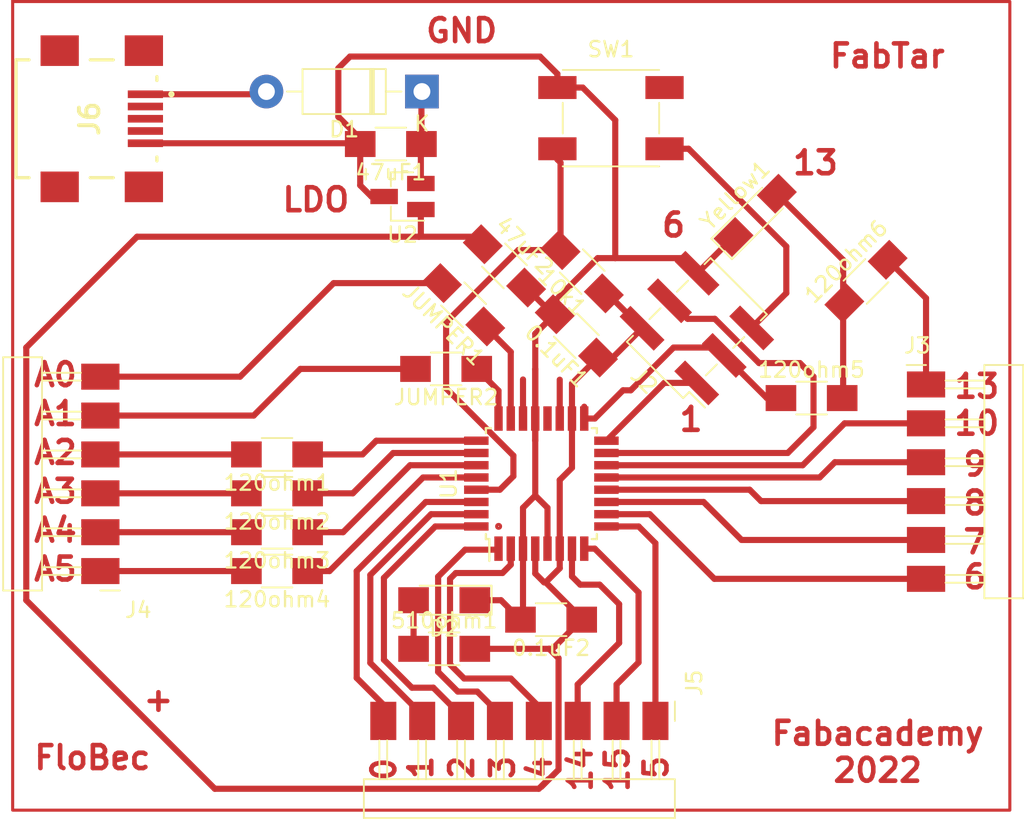
<source format=kicad_pcb>
(kicad_pcb (version 20211014) (generator pcbnew)
  (title_block (title "Fabac Board Florian Becker") (date "2022-04-03"))
  (layers (0 "F.Cu" signal) (31 "B.Cu" signal) (34 "B.Paste" user) (35 "F.Paste" user) (36 "B.SilkS" user "B.Silkscreen") (37 "F.SilkS" user "F.Silkscreen") (38 "B.Mask" user) (39 "F.Mask" user) (44 "Edge.Cuts" user))
  (net 0 "")
  (net 1 "GND")
  (net 2 "VCC")
  (net 3 "/Vin")
  (net 4 "Net-(120ohm1-Pad2)")
  (net 5 "Net-(120ohm2-Pad2)")
  (net 6 "Net-(120ohm3-Pad2)")
  (net 7 "Net-(120ohm4-Pad2)")
  (net 8 "Net-(510ohm1-Pad1)")
  (net 9 "Net-(J4-Pad5)")
  (net 10 "Net-(J4-Pad6)")
  (net 11 "/PD5")
  (net 12 "/PD7")
  (net 13 "/PD6")
  (net 14 "/RESET")
  (net 15 "/MISO")
  (net 16 "/PB0")
  (net 17 "/PB2")
  (net 18 "/PB1")
  (net 19 "/MOSI")
  (net 20 "Net-(120ohm5-Pad2)")
  (net 21 "/PB7")
  (net 22 "/PB6")
  (net 23 "/SCK")
  (net 24 "Net-(120ohm6-Pad2)")
  (net 25 "/Vbus")
  (net 33 "/ADC2")
  (net 34 "/ADC3")
  (net 35 "/ADC4")
  (net 36 "/ADC5")
  (net 37 "/PD4")
  (net 38 "/PD3")
  (net 39 "/PD2")
  (net 40 "/PD1")
  (net 41 "/PD0")
  (net 42 "/ADC0")
  (net 43 "/ADC1")
  (net 44 "unconnected-(U1-Pad19)")
  (net 45 "unconnected-(U1-Pad22)")
  (footprint "fab:PinHeader_1x06_P2.54mm_Horizontal_SMD" (layer "F.Cu") (at 218.172 105.283)
    (fp_text reference "J3" (at -1.524 -2.54 180) (layer "F.SilkS") (effects (justify left)))
    (fp_text value "Conn_PinHeader_1x06_P2.54mm_Horizontal_SMD" hide)
    (fp_line (start 3.81 4.826) (end 1.27 4.826) (layer "F.SilkS") (width 0.12))
    (fp_line (start 3.81 0.254) (end 1.27 0.254) (layer "F.SilkS") (width 0.12))
    (fp_line (start 6.35 13.97) (end 3.81 13.97) (layer "F.SilkS") (width 0.12))
    (fp_line (start 3.81 9.906) (end 1.27 9.906) (layer "F.SilkS") (width 0.12))
    (fp_line (start 3.81 13.97) (end 3.81 -1.27) (layer "F.SilkS") (width 0.12))
    (fp_line (start 3.81 7.874) (end 1.27 7.874) (layer "F.SilkS") (width 0.12))
    (fp_line (start 3.81 2.286) (end 1.27 2.286) (layer "F.SilkS") (width 0.12))
    (fp_line (start 6.35 -1.27) (end 6.35 13.97) (layer "F.SilkS") (width 0.12))
    (fp_line (start 3.81 2.794) (end 1.27 2.794) (layer "F.SilkS") (width 0.12))
    (fp_line (start -1.27 -1.27) (end 0 -1.27) (layer "F.SilkS") (width 0.12))
    (fp_line (start 3.81 5.334) (end 1.27 5.334) (layer "F.SilkS") (width 0.12))
    (fp_line (start 3.81 7.366) (end 1.27 7.366) (layer "F.SilkS") (width 0.12))
    (fp_line (start 3.81 10.414) (end 1.27 10.414) (layer "F.SilkS") (width 0.12))
    (fp_line (start 3.81 -1.27) (end 6.35 -1.27) (layer "F.SilkS") (width 0.12))
    (fp_line (start 3.81 12.446) (end 1.27 12.446) (layer "F.SilkS") (width 0.12))
    (fp_line (start 3.81 12.954) (end 1.27 12.954) (layer "F.SilkS") (width 0.12))
    (fp_line (start 3.81 -0.254) (end 1.27 -0.254) (layer "F.SilkS") (width 0.12))
    (pad "1" smd rect locked (at 0 0) (size 2.5 1.7) (layers "F.Cu" "F.Paste" "F.Mask") (net 24 "Net-(120ohm6-Pad2)"))
    (pad "2" smd rect locked (at 0 2.54) (size 2.5 1.7) (layers "F.Cu" "F.Paste" "F.Mask") (net 17 "/PB2"))
    (pad "3" smd rect locked (at 0 5.08) (size 2.5 1.7) (layers "F.Cu" "F.Paste" "F.Mask") (net 18 "/PB1"))
    (pad "4" smd rect locked (at 0 7.62) (size 2.5 1.7) (layers "F.Cu" "F.Paste" "F.Mask") (net 16 "/PB0"))
    (pad "5" smd rect locked (at 0 10.16) (size 2.5 1.7) (layers "F.Cu" "F.Paste" "F.Mask") (net 12 "/PD7"))
    (pad "6" smd rect locked (at 0 12.7) (size 2.5 1.7) (layers "F.Cu" "F.Paste" "F.Mask") (net 13 "/PD6"))
  )
  (footprint "fab:R_1206" (layer "F.Cu") (at 175.768 112.395 180)
    (fp_text reference "120ohm2" (at 0 -1.85) (layer "F.SilkS"))
    (fp_text value "R")
    (fp_line (start 1 1.07) (end -1 1.07) (layer "F.SilkS") (width 0.12))
    (fp_line (start -1 -1.07) (end 1 -1.07) (layer "F.SilkS") (width 0.12))
    (pad "1" smd rect locked (at -2 0 180) (size 2 1.7) (layers "F.Cu" "F.Paste" "F.Mask") (net 34 "/ADC3"))
    (pad "2" smd rect locked (at 2 0 180) (size 2 1.7) (layers "F.Cu" "F.Paste" "F.Mask") (net 5 "Net-(120ohm2-Pad2)"))
  )
  (footprint "fab:R_1206" (layer "F.Cu") (at 175.768 117.475 180)
    (fp_text reference "120ohm4" (at 0 -1.85) (layer "F.SilkS"))
    (fp_text value "R")
    (fp_line (start 1 1.07) (end -1 1.07) (layer "F.SilkS") (width 0.12))
    (fp_line (start -1 -1.07) (end 1 -1.07) (layer "F.SilkS") (width 0.12))
    (pad "1" smd rect locked (at -2 0 180) (size 2 1.7) (layers "F.Cu" "F.Paste" "F.Mask") (net 36 "/ADC5"))
    (pad "2" smd rect locked (at 2 0 180) (size 2 1.7) (layers "F.Cu" "F.Paste" "F.Mask") (net 7 "Net-(120ohm4-Pad2)"))
  )
  (footprint "fab:Button_Omron_B3SN_6x6mm" (layer "F.Cu") (at 197.5866 87.884)
    (fp_text reference "SW1" (at 0 -4.5) (layer "F.SilkS"))
    (fp_text value "BUTTON_B3SN" hide)
    (fp_line (start -3.15 -3.15) (end 3.15 -3.15) (layer "F.SilkS") (width 0.12))
    (fp_line (start -3.15 1) (end -3.15 -1) (layer "F.SilkS") (width 0.12))
    (fp_line (start 3.15 -1) (end 3.15 1) (layer "F.SilkS") (width 0.12))
    (fp_line (start 3.15 3.15) (end -3.15 3.15) (layer "F.SilkS") (width 0.12))
    (pad "1" smd rect locked (at 3.5 -2) (size 2.5 1.5) (layers "F.Cu" "F.Paste" "F.Mask") (net 1 "GND"))
    (pad "1" smd rect locked (at -3.5 -2) (size 2.5 1.5) (layers "F.Cu" "F.Paste" "F.Mask") (net 1 "GND"))
    (pad "2" smd rect locked (at -3.5 2) (size 2.5 1.5) (layers "F.Cu" "F.Paste" "F.Mask") (net 14 "/RESET"))
    (pad "2" smd rect locked (at 3.5 2) (size 2.5 1.5) (layers "F.Cu" "F.Paste" "F.Mask") (net 14 "/RESET"))
  )
  (footprint "fab:R_1206" (layer "F.Cu") (at 186.69 122.555)
    (fp_text reference "510ohm1" (at 0 -1.85) (layer "F.SilkS"))
    (fp_text value "R")
    (fp_line (start 1 1.07) (end -1 1.07) (layer "F.SilkS") (width 0.12))
    (fp_line (start -1 -1.07) (end 1 -1.07) (layer "F.SilkS") (width 0.12))
    (pad "1" smd rect locked (at -2 0) (size 2 1.7) (layers "F.Cu" "F.Paste" "F.Mask") (net 8 "Net-(510ohm1-Pad1)"))
    (pad "2" smd rect locked (at 2 0) (size 2 1.7) (layers "F.Cu" "F.Paste" "F.Mask") (net 2 "VCC"))
  )
  (footprint "fab:C_1206" (layer "F.Cu") (at 190.627 97.536 -45)
    (fp_text reference "47uF2" (at 0 -1.85 135) (layer "F.SilkS"))
    (fp_text value "C")
    (fp_line (start -1 -1.07) (end 1 -1.07) (layer "F.SilkS") (width 0.12))
    (fp_line (start 1 1.07) (end -1 1.07) (layer "F.SilkS") (width 0.12))
    (pad "1" smd rect locked (at -2 0 315) (size 2 1.7) (layers "F.Cu" "F.Paste" "F.Mask") (net 2 "VCC"))
    (pad "2" smd rect locked (at 2 0 315) (size 2 1.7) (layers "F.Cu" "F.Paste" "F.Mask") (net 1 "GND"))
  )
  (footprint "fab:LED_1206" (layer "F.Cu") (at 207.01 94.234 45)
    (fp_text reference "Yellow1" (at 0 -1.85 45) (layer "F.SilkS"))
    (fp_text value "LED")
    (fp_line (start -3.1 -0.95) (end 1.6 -0.95) (layer "F.SilkS") (width 0.12))
    (fp_line (start -3.1 -0.95) (end -3.1 0.95) (layer "F.SilkS") (width 0.12))
    (fp_line (start -3.1 0.95) (end 1.6 0.95) (layer "F.SilkS") (width 0.12))
    (pad "1" smd rect locked (at -2 0 45) (size 2 1.7) (layers "F.Cu" "F.Paste" "F.Mask") (net 1 "GND"))
    (pad "2" smd rect locked (at 2 0 45) (size 2 1.7) (layers "F.Cu" "F.Paste" "F.Mask") (net 20 "Net-(120ohm5-Pad2)"))
  )
  (footprint "fab:C_1206" (layer "F.Cu") (at 193.675 120.65 180)
    (fp_text reference "0.1uF2" (at 0 -1.85) (layer "F.SilkS"))
    (fp_text value "C")
    (fp_line (start 1 1.07) (end -1 1.07) (layer "F.SilkS") (width 0.12))
    (fp_line (start -1 -1.07) (end 1 -1.07) (layer "F.SilkS") (width 0.12))
    (pad "1" smd rect locked (at -2 0 180) (size 2 1.7) (layers "F.Cu" "F.Paste" "F.Mask") (net 2 "VCC"))
    (pad "2" smd rect locked (at 2 0 180) (size 2 1.7) (layers "F.Cu" "F.Paste" "F.Mask") (net 1 "GND"))
  )
  (footprint "fab:C_1206" (layer "F.Cu") (at 195.326 102.108 135)
    (fp_text reference "0.1uF1" (at 0 -1.85 135) (layer "F.SilkS"))
    (fp_text value "C")
    (fp_line (start -1 -1.07) (end 1 -1.07) (layer "F.SilkS") (width 0.12))
    (fp_line (start 1 1.07) (end -1 1.07) (layer "F.SilkS") (width 0.12))
    (pad "1" smd rect locked (at -2 0 135) (size 2 1.7) (layers "F.Cu" "F.Paste" "F.Mask") (net 2 "VCC"))
    (pad "2" smd rect locked (at 2 0 135) (size 2 1.7) (layers "F.Cu" "F.Paste" "F.Mask") (net 1 "GND"))
  )
  (footprint "fab:PinHeader_1x06_P2.54mm_Horizontal_SMD" (layer "F.Cu") (at 164.225 117.475 180)
    (fp_text reference "J4" (at -1.524 -2.54) (layer "F.SilkS") (effects (justify left)))
    (fp_text value "Conn_PinHeader_1x06_P2.54mm_Horizontal_SMD" hide)
    (fp_line (start 6.35 13.97) (end 3.81 13.97) (layer "F.SilkS") (width 0.12))
    (fp_line (start 3.81 -0.254) (end 1.27 -0.254) (layer "F.SilkS") (width 0.12))
    (fp_line (start 3.81 9.906) (end 1.27 9.906) (layer "F.SilkS") (width 0.12))
    (fp_line (start 3.81 5.334) (end 1.27 5.334) (layer "F.SilkS") (width 0.12))
    (fp_line (start 3.81 12.446) (end 1.27 12.446) (layer "F.SilkS") (width 0.12))
    (fp_line (start 3.81 2.794) (end 1.27 2.794) (layer "F.SilkS") (width 0.12))
    (fp_line (start 6.35 -1.27) (end 6.35 13.97) (layer "F.SilkS") (width 0.12))
    (fp_line (start 3.81 0.254) (end 1.27 0.254) (layer "F.SilkS") (width 0.12))
    (fp_line (start 3.81 12.954) (end 1.27 12.954) (layer "F.SilkS") (width 0.12))
    (fp_line (start -1.27 -1.27) (end 0 -1.27) (layer "F.SilkS") (width 0.12))
    (fp_line (start 3.81 7.874) (end 1.27 7.874) (layer "F.SilkS") (width 0.12))
    (fp_line (start 3.81 2.286) (end 1.27 2.286) (layer "F.SilkS") (width 0.12))
    (fp_line (start 3.81 7.366) (end 1.27 7.366) (layer "F.SilkS") (width 0.12))
    (fp_line (start 3.81 -1.27) (end 6.35 -1.27) (layer "F.SilkS") (width 0.12))
    (fp_line (start 3.81 13.97) (end 3.81 -1.27) (layer "F.SilkS") (width 0.12))
    (fp_line (start 3.81 10.414) (end 1.27 10.414) (layer "F.SilkS") (width 0.12))
    (fp_line (start 3.81 4.826) (end 1.27 4.826) (layer "F.SilkS") (width 0.12))
    (pad "1" smd rect locked (at 0 0 180) (size 2.5 1.7) (layers "F.Cu" "F.Paste" "F.Mask") (net 7 "Net-(120ohm4-Pad2)"))
    (pad "2" smd rect locked (at 0 2.54 180) (size 2.5 1.7) (layers "F.Cu" "F.Paste" "F.Mask") (net 6 "Net-(120ohm3-Pad2)"))
    (pad "3" smd rect locked (at 0 5.08 180) (size 2.5 1.7) (layers "F.Cu" "F.Paste" "F.Mask") (net 5 "Net-(120ohm2-Pad2)"))
    (pad "4" smd rect locked (at 0 7.62 180) (size 2.5 1.7) (layers "F.Cu" "F.Paste" "F.Mask") (net 4 "Net-(120ohm1-Pad2)"))
    (pad "5" smd rect locked (at 0 10.16 180) (size 2.5 1.7) (layers "F.Cu" "F.Paste" "F.Mask") (net 9 "Net-(J4-Pad5)"))
    (pad "6" smd rect locked (at 0 12.7 180) (size 2.5 1.7) (layers "F.Cu" "F.Paste" "F.Mask") (net 10 "Net-(J4-Pad6)"))
  )
  (footprint "Diode_THT:D_DO-41_SOD81_P10.16mm_Horizontal" (layer "F.Cu") (at 185.236 86.145 180)
    (fp_text reference "D1" (at 5.08 -2.47) (layer "F.SilkS"))
    (fp_text value "1N4001")
    (fp_text user "K" (at 0 -2.1) (layer "F.SilkS"))
    (fp_line (start 3.26 -1.47) (end 3.26 1.47) (layer "F.SilkS") (width 0.12))
    (fp_line (start 1.34 0) (end 2.36 0) (layer "F.SilkS") (width 0.12))
    (fp_line (start 2.36 1.47) (end 7.8 1.47) (layer "F.SilkS") (width 0.12))
    (fp_line (start 7.8 -1.47) (end 2.36 -1.47) (layer "F.SilkS") (width 0.12))
    (fp_line (start 2.36 -1.47) (end 2.36 1.47) (layer "F.SilkS") (width 0.12))
    (fp_line (start 8.82 0) (end 7.8 0) (layer "F.SilkS") (width 0.12))
    (fp_line (start 3.14 -1.47) (end 3.14 1.47) (layer "F.SilkS") (width 0.12))
    (fp_line (start 3.38 -1.47) (end 3.38 1.47) (layer "F.SilkS") (width 0.12))
    (fp_line (start 7.8 1.47) (end 7.8 -1.47) (layer "F.SilkS") (width 0.12))
    (pad "1" thru_hole rect (at 0 0 180) (size 2.2 2.2) (drill 1.1) (layers *.Cu *.Mask) (net 3 "/Vin"))
    (pad "2" thru_hole oval (at 10.16 0 180) (size 2.2 2.2) (drill 1.1) (layers *.Cu *.Mask) (net 25 "/Vbus"))
  )
  (footprint "fab:R_1206" (layer "F.Cu") (at 187.96 100.076 135)
    (fp_text reference "JUMPER1" (at 0 -1.85 135) (layer "F.SilkS"))
    (fp_text value "R")
    (fp_line (start -1 -1.07) (end 1 -1.07) (layer "F.SilkS") (width 0.12))
    (fp_line (start 1 1.07) (end -1 1.07) (layer "F.SilkS") (width 0.12))
    (pad "1" smd rect locked (at -2 0 135) (size 2 1.7) (layers "F.Cu" "F.Paste" "F.Mask") (net 42 "/ADC0"))
    (pad "2" smd rect locked (at 2 0 135) (size 2 1.7) (layers "F.Cu" "F.Paste" "F.Mask") (net 10 "Net-(J4-Pad6)"))
  )
  (footprint "fab:LED_1206" (layer "F.Cu") (at 186.69 119.38 180)
    (fp_text reference "D2" (at 0 -1.85) (layer "F.SilkS"))
    (fp_text value "LED")
    (fp_line (start -3.1 -0.95) (end -3.1 0.95) (layer "F.SilkS") (width 0.12))
    (fp_line (start -3.1 -0.95) (end 1.6 -0.95) (layer "F.SilkS") (width 0.12))
    (fp_line (start -3.1 0.95) (end 1.6 0.95) (layer "F.SilkS") (width 0.12))
    (pad "1" smd rect locked (at -2 0 180) (size 2 1.7) (layers "F.Cu" "F.Paste" "F.Mask") (net 1 "GND"))
    (pad "2" smd rect locked (at 2 0 180) (size 2 1.7) (layers "F.Cu" "F.Paste" "F.Mask") (net 8 "Net-(510ohm1-Pad1)"))
  )
  (footprint "Package_QFP:TQFP-32_7x7mm_P0.8mm" (layer "F.Cu") (at 193.04 111.76 90)
    (fp_text reference "U1" (at 0 -6.05 90) (layer "F.SilkS"))
    (fp_text value "ATmega328P-A" hide)
    (fp_line (start 3.625 3.625) (end 3.625 3.3) (layer "F.SilkS") (width 0.15))
    (fp_line (start -3.625 3.625) (end -3.625 3.3) (layer "F.SilkS") (width 0.15))
    (fp_line (start 3.625 -3.625) (end 3.3 -3.625) (layer "F.SilkS") (width 0.15))
    (fp_line (start -3.625 3.625) (end -3.3 3.625) (layer "F.SilkS") (width 0.15))
    (fp_line (start -3.625 -3.4) (end -5.05 -3.4) (layer "F.SilkS") (width 0.15))
    (fp_line (start 3.625 -3.625) (end 3.625 -3.3) (layer "F.SilkS") (width 0.15))
    (fp_line (start -3.625 -3.625) (end -3.625 -3.4) (layer "F.SilkS") (width 0.15))
    (fp_line (start -3.625 -3.625) (end -3.3 -3.625) (layer "F.SilkS") (width 0.15))
    (fp_line (start 3.625 3.625) (end 3.3 3.625) (layer "F.SilkS") (width 0.15))
    (pad "1" smd rect (at -4.25 -2.8 90) (size 1.6 0.55) (layers "F.Cu" "F.Paste" "F.Mask") (net 38 "/PD3"))
    (pad "2" smd rect (at -4.25 -2 90) (size 1.6 0.55) (layers "F.Cu" "F.Paste" "F.Mask") (net 37 "/PD4"))
    (pad "3" smd rect (at -4.25 -1.2 90) (size 1.6 0.55) (layers "F.Cu" "F.Paste" "F.Mask") (net 1 "GND"))
    (pad "4" smd rect (at -4.25 -0.4 90) (size 1.6 0.55) (layers "F.Cu" "F.Paste" "F.Mask") (net 2 "VCC"))
    (pad "5" smd rect (at -4.25 0.4 90) (size 1.6 0.55) (layers "F.Cu" "F.Paste" "F.Mask") (net 1 "GND"))
    (pad "6" smd rect (at -4.25 1.2 90) (size 1.6 0.55) (layers "F.Cu" "F.Paste" "F.Mask") (net 2 "VCC"))
    (pad "7" smd rect (at -4.25 2 90) (size 1.6 0.55) (layers "F.Cu" "F.Paste" "F.Mask") (net 22 "/PB6"))
    (pad "8" smd rect (at -4.25 2.8 90) (size 1.6 0.55) (layers "F.Cu" "F.Paste" "F.Mask") (net 21 "/PB7"))
    (pad "9" smd rect (at -2.8 4.25 180) (size 1.6 0.55) (layers "F.Cu" "F.Paste" "F.Mask") (net 11 "/PD5"))
    (pad "10" smd rect (at -2 4.25 180) (size 1.6 0.55) (layers "F.Cu" "F.Paste" "F.Mask") (net 13 "/PD6"))
    (pad "11" smd rect (at -1.2 4.25 180) (size 1.6 0.55) (layers "F.Cu" "F.Paste" "F.Mask") (net 12 "/PD7"))
    (pad "12" smd rect (at -0.4 4.25 180) (size 1.6 0.55) (layers "F.Cu" "F.Paste" "F.Mask") (net 16 "/PB0"))
    (pad "13" smd rect (at 0.4 4.25 180) (size 1.6 0.55) (layers "F.Cu" "F.Paste" "F.Mask") (net 18 "/PB1"))
    (pad "14" smd rect (at 1.2 4.25 180) (size 1.6 0.55) (layers "F.Cu" "F.Paste" "F.Mask") (net 17 "/PB2"))
    (pad "15" smd rect (at 2 4.25 180) (size 1.6 0.55) (layers "F.Cu" "F.Paste" "F.Mask") (net 19 "/MOSI"))
    (pad "16" smd rect (at 2.8 4.25 180) (size 1.6 0.55) (layers "F.Cu" "F.Paste" "F.Mask") (net 15 "/MISO"))
    (pad "17" smd rect (at 4.25 2.8 90) (size 1.6 0.55) (layers "F.Cu" "F.Paste" "F.Mask") (net 23 "/SCK"))
    (pad "18" smd rect (at 4.25 2 90) (size 1.6 0.55) (layers "F.Cu" "F.Paste" "F.Mask") (net 2 "VCC"))
    (pad "19" smd rect (at 4.25 1.2 90) (size 1.6 0.55) (layers "F.Cu" "F.Paste" "F.Mask") (net 44 "unconnected-(U1-Pad19)"))
    (pad "20" smd rect (at 4.25 0.4 90) (size 1.6 0.55) (layers "F.Cu" "F.Paste" "F.Mask") (net 1 "GND"))
    (pad "21" smd rect (at 4.25 -0.4 90) (size 1.6 0.55) (layers "F.Cu" "F.Paste" "F.Mask") (net 1 "GND"))
    (pad "22" smd rect (at 4.25 -1.2 90) (size 1.6 0.55) (layers "F.Cu" "F.Paste" "F.Mask") (net 45 "unconnected-(U1-Pad22)"))
    (pad "23" smd rect (at 4.25 -2 90) (size 1.6 0.55) (layers "F.Cu" "F.Paste" "F.Mask") (net 42 "/ADC0"))
    (pad "24" smd rect (at 4.25 -2.8 90) (size 1.6 0.55) (layers "F.Cu" "F.Paste" "F.Mask") (net 43 "/ADC1"))
    (pad "25" smd rect (at 2.8 -4.25 180) (size 1.6 0.55) (layers "F.Cu" "F.Paste" "F.Mask") (net 33 "/ADC2"))
    (pad "26" smd rect (at 2 -4.25 180) (size 1.6 0.55) (layers "F.Cu" "F.Paste" "F.Mask") (net 34 "/ADC3"))
    (pad "27" smd rect (at 1.2 -4.25 180) (size 1.6 0.55) (layers "F.Cu" "F.Paste" "F.Mask") (net 35 "/ADC4"))
    (pad "28" smd rect (at 0.4 -4.25 180) (size 1.6 0.55) (layers "F.Cu" "F.Paste" "F.Mask") (net 36 "/ADC5"))
    (pad "29" smd rect (at -0.4 -4.25 180) (size 1.6 0.55) (layers "F.Cu" "F.Paste" "F.Mask") (net 14 "/RESET"))
    (pad "30" smd rect (at -1.2 -4.25 180) (size 1.6 0.55) (layers "F.Cu" "F.Paste" "F.Mask") (net 41 "/PD0"))
    (pad "31" smd rect (at -2 -4.25 180) (size 1.6 0.55) (layers "F.Cu" "F.Paste" "F.Mask") (net 40 "/PD1"))
    (pad "32" smd rect (at -2.8 -4.25 180) (size 1.6 0.55) (layers "F.Cu" "F.Paste" "F.Mask") (net 39 "/PD2"))
  )
  (footprint "fab:R_1206" (layer "F.Cu") (at 214.249 98.552 45)
    (fp_text reference "120ohm6" (at 0 -1.85 45) (layer "F.SilkS"))
    (fp_text value "R")
    (fp_line (start -1 -1.07) (end 1 -1.07) (layer "F.SilkS") (width 0.12))
    (fp_line (start 1 1.07) (end -1 1.07) (layer "F.SilkS") (width 0.12))
    (pad "1" smd rect locked (at -2 0 45) (size 2 1.7) (layers "F.Cu" "F.Paste" "F.Mask") (net 20 "Net-(120ohm5-Pad2)"))
    (pad "2" smd rect locked (at 2 0 45) (size 2 1.7) (layers "F.Cu" "F.Paste" "F.Mask") (net 24 "Net-(120ohm6-Pad2)"))
  )
  (footprint "fab:R_1206" (layer "F.Cu") (at 186.817 104.267 180)
    (fp_text reference "JUMPER2" (at 0 -1.85) (layer "F.SilkS"))
    (fp_text value "R")
    (fp_line (start -1 -1.07) (end 1 -1.07) (layer "F.SilkS") (width 0.12))
    (fp_line (start 1 1.07) (end -1 1.07) (layer "F.SilkS") (width 0.12))
    (pad "1" smd rect locked (at -2 0 180) (size 2 1.7) (layers "F.Cu" "F.Paste" "F.Mask") (net 43 "/ADC1"))
    (pad "2" smd rect locked (at 2 0 180) (size 2 1.7) (layers "F.Cu" "F.Paste" "F.Mask") (net 9 "Net-(J4-Pad5)"))
  )
  (footprint "fab:PinHeader_1x08_P2.54mm_Horizontal_SMD" (layer "F.Cu") (at 200.4922 127.2654 -90)
    (fp_text reference "J5" (at -1.524 -2.54 90) (layer "F.SilkS") (effects (justify left)))
    (fp_text value "Conn_PinHeader_1x08_P2.54mm_Horizontal_SMD" hide)
    (fp_line (start 3.81 4.826) (end 1.27 4.826) (layer "F.SilkS") (width 0.12))
    (fp_line (start 3.81 10.414) (end 1.27 10.414) (layer "F.SilkS") (width 0.12))
    (fp_line (start 3.81 18.034) (end 1.27 18.034) (layer "F.SilkS") (width 0.12))
    (fp_line (start 3.81 7.366) (end 1.27 7.366) (layer "F.SilkS") (width 0.12))
    (fp_line (start 3.81 2.286) (end 1.27 2.286) (layer "F.SilkS") (width 0.12))
    (fp_line (start 3.81 17.526) (end 1.27 17.526) (layer "F.SilkS") (width 0.12))
    (fp_line (start 3.81 19.05) (end 3.81 -1.27) (layer "F.SilkS") (width 0.12))
    (fp_line (start 3.81 12.446) (end 1.27 12.446) (layer "F.SilkS") (width 0.12))
    (fp_line (start -1.27 -1.27) (end 0 -1.27) (layer "F.SilkS") (width 0.12))
    (fp_line (start 3.81 9.906) (end 1.27 9.906) (layer "F.SilkS") (width 0.12))
    (fp_line (start 3.81 7.874) (end 1.27 7.874) (layer "F.SilkS") (width 0.12))
    (fp_line (start 3.81 15.494) (end 1.27 15.494) (layer "F.SilkS") (width 0.12))
    (fp_line (start 3.81 14.986) (end 1.27 14.986) (layer "F.SilkS") (width 0.12))
    (fp_line (start 3.81 -1.27) (end 6.35 -1.27) (layer "F.SilkS") (width 0.12))
    (fp_line (start 6.35 -1.27) (end 6.35 19.05) (layer "F.SilkS") (width 0.12))
    (fp_line (start 3.81 5.334) (end 1.27 5.334) (layer "F.SilkS") (width 0.12))
    (fp_line (start 3.81 12.954) (end 1.27 12.954) (layer "F.SilkS") (width 0.12))
    (fp_line (start 6.35 19.05) (end 3.81 19.05) (layer "F.SilkS") (width 0.12))
    (fp_line (start 3.81 0.254) (end 1.27 0.254) (layer "F.SilkS") (width 0.12))
    (fp_line (start 3.81 -0.254) (end 1.27 -0.254) (layer "F.SilkS") (width 0.12))
    (fp_line (start 3.81 2.794) (end 1.27 2.794) (layer "F.SilkS") (width 0.12))
    (pad "1" smd rect locked (at 0 0 270) (size 2.5 1.7) (layers "F.Cu" "F.Paste" "F.Mask") (net 11 "/PD5"))
    (pad "2" smd rect locked (at 0 2.54 270) (size 2.5 1.7) (layers "F.Cu" "F.Paste" "F.Mask") (net 21 "/PB7"))
    (pad "3" smd rect locked (at 0 5.08 270) (size 2.5 1.7) (layers "F.Cu" "F.Paste" "F.Mask") (net 22 "/PB6"))
    (pad "4" smd rect locked (at 0 7.62 270) (size 2.5 1.7) (layers "F.Cu" "F.Paste" "F.Mask") (net 37 "/PD4"))
    (pad "5" smd rect locked (at 0 10.16 270) (size 2.5 1.7) (layers "F.Cu" "F.Paste" "F.Mask") (net 38 "/PD3"))
    (pad "6" smd rect locked (at 0 12.7 270) (size 2.5 1.7) (layers "F.Cu" "F.Paste" "F.Mask") (net 39 "/PD2"))
    (pad "7" smd rect locked (at 0 15.24 270) (size 2.5 1.7) (layers "F.Cu" "F.Paste" "F.Mask") (net 40 "/PD1"))
    (pad "8" smd rect locked (at 0 17.78 270) (size 2.5 1.7) (layers "F.Cu" "F.Paste" "F.Mask") (net 41 "/PD0"))
  )
  (footprint "SamacSys_Parts:USB206605RBHM15STB0000A" (layer "F.Cu") (at 161.569 87.923 -90)
    (fp_text reference "J6" (at 0 -1.95 -90) (layer "F.SilkS") (effects (font (size 1.27 1.27) (thickness 0.254))))
    (fp_text value "USB mini B" hide)
    (fp_line (start -3.85 2.85) (end -3.85 2.85) (layer "F.SilkS") (width 0.2))
    (fp_line (start 3.85 -3.5) (end 3.85 -3.5) (layer "F.SilkS") (width 0.2))
    (fp_line (start -3.85 2) (end -3.85 2.85) (layer "F.SilkS") (width 0.2))
    (fp_line (start -3.85 -3.5) (end -3.85 -3.5) (layer "F.SilkS") (width 0.2))
    (fp_line (start 3.85 2.85) (end 3.85 2) (layer "F.SilkS") (width 0.2))
    (fp_line (start -1.6 -7.4) (end -1.6 -7.4) (layer "F.SilkS") (width 0.2))
    (fp_line (start -1.6 -7.4) (end -1.6 -7.4) (layer "F.SilkS") (width 0.2))
    (fp_line (start 3.85 2) (end 3.85 2) (layer "F.SilkS") (width 0.2))
    (fp_line (start -3.85 -3.5) (end -3.85 -2) (layer "F.SilkS") (width 0.2))
    (fp_line (start 3.75 2.85) (end -3.85 2.85) (layer "F.SilkS") (width 0.2))
    (fp_line (start -3.85 -2) (end -3.85 -3.5) (layer "F.SilkS") (width 0.2))
    (fp_line (start -3.85 2) (end -3.85 2) (layer "F.SilkS") (width 0.2))
    (fp_line (start 2.5 -6.35) (end 2.5 -6.35) (layer "F.SilkS") (width 0.2))
    (fp_line (start 3.85 2) (end 3.85 2.85) (layer "F.SilkS") (width 0.2))
    (fp_line (start -2.75 -6.35) (end -2.75 -6.35) (layer "F.SilkS") (width 0.2))
    (fp_line (start 3.85 -2) (end 3.85 -2) (layer "F.SilkS") (width 0.2))
    (fp_line (start -2.5 -6.35) (end -2.5 -6.35) (layer "F.SilkS") (width 0.2))
    (fp_line (start 2.75 -6.35) (end 2.75 -6.35) (layer "F.SilkS") (width 0.2))
    (fp_line (start -3.85 2.85) (end -3.85 2) (layer "F.SilkS") (width 0.2))
    (fp_line (start -3.85 -2) (end -3.85 -2) (layer "F.SilkS") (width 0.2))
    (fp_line (start 3.85 -2) (end 3.85 -3.5) (layer "F.SilkS") (width 0.2))
    (fp_line (start 3.85 2.85) (end 3.85 2.85) (layer "F.SilkS") (width 0.2))
    (fp_line (start 3.75 2.85) (end 3.75 2.85) (layer "F.SilkS") (width 0.2))
    (fp_line (start -3.85 2.85) (end 3.75 2.85) (layer "F.SilkS") (width 0.2))
    (fp_line (start 2.5 -6.35) (end 2.75 -6.35) (layer "F.SilkS") (width 0.2))
    (fp_line (start -1.6 -7.2) (end -1.6 -7.2) (layer "F.SilkS") (width 0.2))
    (fp_line (start -2.5 -6.35) (end -2.75 -6.35) (layer "F.SilkS") (width 0.2))
    (fp_line (start -2.75 -6.35) (end -2.5 -6.35) (layer "F.SilkS") (width 0.2))
    (fp_line (start 3.85 -3.5) (end 3.85 -2) (layer "F.SilkS") (width 0.2))
    (fp_line (start -3.85 2.85) (end -3.85 2.85) (layer "F.SilkS") (width 0.2))
    (fp_line (start 2.75 -6.35) (end 2.5 -6.35) (layer "F.SilkS") (width 0.2))
    (fp_arc (start -1.6 -7.4) (mid -1.5 -7.3) (end -1.6 -7.2) (layer "F.SilkS") (width 0.2))
    (fp_arc (start -1.6 -7.2) (mid -1.7 -7.3) (end -1.6 -7.4) (layer "F.SilkS") (width 0.2))
    (fp_arc (start -1.6 -7.2) (mid -1.7 -7.3) (end -1.6 -7.4) (layer "F.SilkS") (width 0.2))
    (pad "1" smd rect locked (at -1.6 -5.6 270) (size 0.5 2.3) (layers "F.Cu" "F.Paste" "F.Mask") (net 25 "/Vbus"))
    (pad "2" smd rect locked (at -0.8 -5.6 270) (size 0.5 2.3) (layers "F.Cu" "F.Paste" "F.Mask"))
    (pad "3" smd rect locked (at 0 -5.6 270) (size 0.5 2.3) (layers "F.Cu" "F.Paste" "F.Mask"))
    (pad "4" smd rect locked (at 0.8 -5.6 270) (size 0.5 2.3) (layers "F.Cu" "F.Paste" "F.Mask"))
    (pad "5" smd rect locked (at 1.6 -5.6 270) (size 0.5 2.3) (layers "F.Cu" "F.Paste" "F.Mask") (net 1 "GND"))
    (pad "MP1" smd rect locked (at -4.45 -5.5 270) (size 2 2.5) (layers "F.Cu" "F.Paste" "F.Mask"))
    (pad "MP2" smd rect locked (at 4.45 -5.5 270) (size 2 2.5) (layers "F.Cu" "F.Paste" "F.Mask"))
    (pad "MP3" smd rect locked (at 4.45 0 270) (size 2 2.5) (layers "F.Cu" "F.Paste" "F.Mask"))
    (pad "MP4" smd rect locked (at -4.45 0 270) (size 2 2.5) (layers "F.Cu" "F.Paste" "F.Mask"))
  )
  (footprint "fab:PinHeader_2x03_P2.54mm_Vertical_SMD" (layer "F.Cu") (at 203.2 101.6 135)
    (fp_text reference "J2" (at 0 -4.87 135) (layer "F.SilkS"))
    (fp_text value "Conn_PinHeader_2x03_P2.54mm_Vertical_SMD" hide)
    (fp_line (start -2.6 0.76) (end -2.6 1.78) (layer "F.SilkS") (width 0.12))
    (fp_line (start -2.6 3.87) (end 2.6 3.87) (layer "F.SilkS") (width 0.12))
    (fp_line (start -2.6 -1.78) (end -2.6 -0.76) (layer "F.SilkS") (width 0.12))
    (fp_line (start -2.6 3.3) (end -2.6 3.87) (layer "F.SilkS") (width 0.12))
    (fp_line (start 2.6 3.3) (end 2.6 3.87) (layer "F.SilkS") (width 0.12))
    (fp_line (start 2.6 -3.87) (end 2.6 -3.3) (layer "F.SilkS") (width 0.12))
    (fp_line (start -4.04 -3.3) (end -2.6 -3.3) (layer "F.SilkS") (width 0.12))
    (fp_line (start 2.6 -1.78) (end 2.6 -0.76) (layer "F.SilkS") (width 0.12))
    (fp_line (start 2.6 0.76) (end 2.6 1.78) (layer "F.SilkS") (width 0.12))
    (fp_line (start -2.6 -3.87) (end 2.6 -3.87) (layer "F.SilkS") (width 0.12))
    (fp_line (start -2.6 -3.87) (end -2.6 -3.3) (layer "F.SilkS") (width 0.12))
    (pad "1" smd rect locked (at -2.525 -2.54 135) (size 3.15 1) (layers "F.Cu" "F.Paste" "F.Mask") (net 15 "/MISO"))
    (pad "2" smd rect locked (at 2.525 -2.54 135) (size 3.15 1) (layers "F.Cu" "F.Paste" "F.Mask") (net 2 "VCC"))
    (pad "3" smd rect locked (at -2.525 0 135) (size 3.15 1) (layers "F.Cu" "F.Paste" "F.Mask") (net 23 "/SCK"))
    (pad "4" smd rect locked (at 2.525 0 135) (size 3.15 1) (layers "F.Cu" "F.Paste" "F.Mask") (net 19 "/MOSI"))
    (pad "5" smd rect locked (at -2.525 2.54 135) (size 3.15 1) (layers "F.Cu" "F.Paste" "F.Mask") (net 14 "/RESET"))
    (pad "6" smd rect locked (at 2.525 2.54 135) (size 3.15 1) (layers "F.Cu" "F.Paste" "F.Mask") (net 1 "GND"))
  )
  (footprint "fab:C_1206" (layer "F.Cu") (at 183.204 89.574 180)
    (fp_text reference "47uF1" (at 0 -1.85) (layer "F.SilkS"))
    (fp_text value "C")
    (fp_line (start 1 1.07) (end -1 1.07) (layer "F.SilkS") (width 0.12))
    (fp_line (start -1 -1.07) (end 1 -1.07) (layer "F.SilkS") (width 0.12))
    (pad "1" smd rect locked (at -2 0 180) (size 2 1.7) (layers "F.Cu" "F.Paste" "F.Mask") (net 3 "/Vin"))
    (pad "2" smd rect locked (at 2 0 180) (size 2 1.7) (layers "F.Cu" "F.Paste" "F.Mask") (net 1 "GND"))
  )
  (footprint "fab:R_1206" (layer "F.Cu") (at 175.768 109.855 180)
    (fp_text reference "120ohm1" (at 0 -1.85) (layer "F.SilkS"))
    (fp_text value "R")
    (fp_line (start 1 1.07) (end -1 1.07) (layer "F.SilkS") (width 0.12))
    (fp_line (start -1 -1.07) (end 1 -1.07) (layer "F.SilkS") (width 0.12))
    (pad "1" smd rect locked (at -2 0 180) (size 2 1.7) (layers "F.Cu" "F.Paste" "F.Mask") (net 33 "/ADC2"))
    (pad "2" smd rect locked (at 2 0 180) (size 2 1.7) (layers "F.Cu" "F.Paste" "F.Mask") (net 4 "Net-(120ohm1-Pad2)"))
  )
  (footprint "fab:R_1206" (layer "F.Cu") (at 210.693 106.172)
    (fp_text reference "120ohm5" (at 0 -1.85) (layer "F.SilkS"))
    (fp_text value "R")
    (fp_line (start 1 1.07) (end -1 1.07) (layer "F.SilkS") (width 0.12))
    (fp_line (start -1 -1.07) (end 1 -1.07) (layer "F.SilkS") (width 0.12))
    (pad "1" smd rect locked (at -2 0) (size 2 1.7) (layers "F.Cu" "F.Paste" "F.Mask") (net 23 "/SCK"))
    (pad "2" smd rect locked (at 2 0) (size 2 1.7) (layers "F.Cu" "F.Paste" "F.Mask") (net 20 "Net-(120ohm5-Pad2)"))
  )
  (footprint "fab:SOT-23" (layer "F.Cu") (at 183.966 93.003 180)
    (fp_text reference "U2" (at 0 -2.5) (layer "F.SilkS"))
    (fp_text value "Regulator_Linear_LM3480-3.3V-100mA" hide)
    (fp_line (start 0.76 1.58) (end -0.7 1.58) (layer "F.SilkS") (width 0.12))
    (fp_line (start 0.76 1.58) (end 0.76 0.65) (layer "F.SilkS") (width 0.12))
    (fp_line (start 0.76 -1.58) (end 0.76 -0.65) (layer "F.SilkS") (width 0.12))
    (fp_line (start 0.76 -1.58) (end -1.4 -1.58) (layer "F.SilkS") (width 0.12))
    (pad "1" smd rect locked (at -1.2 -0.85 180) (size 1.8 1) (layers "F.Cu" "F.Paste" "F.Mask") (net 2 "VCC"))
    (pad "2" smd rect locked (at -1.2 0.85 180) (size 1.8 1) (layers "F.Cu" "F.Paste" "F.Mask") (net 3 "/Vin"))
    (pad "3" smd rect locked (at 1.2 0 180) (size 1.8 1) (layers "F.Cu" "F.Paste" "F.Mask") (net 1 "GND"))
  )
  (footprint "fab:R_1206" (layer "F.Cu") (at 175.768 114.935 180)
    (fp_text reference "120ohm3" (at 0 -1.85) (layer "F.SilkS"))
    (fp_text value "R")
    (fp_line (start 1 1.07) (end -1 1.07) (layer "F.SilkS") (width 0.12))
    (fp_line (start -1 -1.07) (end 1 -1.07) (layer "F.SilkS") (width 0.12))
    (pad "1" smd rect locked (at -2 0 180) (size 2 1.7) (layers "F.Cu" "F.Paste" "F.Mask") (net 35 "/ADC4"))
    (pad "2" smd rect locked (at 2 0 180) (size 2 1.7) (layers "F.Cu" "F.Paste" "F.Mask") (net 6 "Net-(120ohm3-Pad2)"))
  )
  (footprint "fab:R_1206" (layer "F.Cu") (at 195.707 97.917 135)
    (fp_text reference "10k1" (at 0 -1.85 135) (layer "F.SilkS"))
    (fp_text value "R")
    (fp_line (start -1 -1.07) (end 1 -1.07) (layer "F.SilkS") (width 0.12))
    (fp_line (start 1 1.07) (end -1 1.07) (layer "F.SilkS") (width 0.12))
    (pad "1" smd rect locked (at -2 0 135) (size 2 1.7) (layers "F.Cu" "F.Paste" "F.Mask") (net 2 "VCC"))
    (pad "2" smd rect locked (at 2 0 135) (size 2 1.7) (layers "F.Cu" "F.Paste" "F.Mask") (net 14 "/RESET"))
  )
  (gr_rect (start 158.496 80.264) (end 223.647 133.096) (layer "F.Cu") (width 0.2) (fill none))
  (gr_circle (center 190.246 114.554) (end 190.246 114.427) (layer "F.Cu") (width 0.2) (fill none))
  (gr_text "A4" (at 161.29 114.808) (layer "F.Cu") (effects (font (size 1.5 1.5) (thickness 0.3))))
  (gr_text "2" (at 187.833 130.302 90) (layer "F.Cu") (effects (font (size 1.5 1.5) (thickness 0.3))))
  (gr_text "5\n" (at 200.533 130.302 90) (layer "F.Cu") (effects (font (size 1.5 1.5) (thickness 0.3))))
  (gr_text "A3" (at 161.29 112.268) (layer "F.Cu") (effects (font (size 1.5 1.5) (thickness 0.3))))
  (gr_text "Fabacademy\n2022" (at 215.011 129.286) (layer "F.Cu") (effects (font (size 1.5 1.5) (thickness 0.3))))
  (gr_text "15" (at 197.993 130.429 90) (layer "F.Cu") (effects (font (size 1.5 1.5) (thickness 0.3))))
  (gr_text "LDO" (at 178.308 93.218) (layer "F.Cu") (effects (font (size 1.5 1.5) (thickness 0.3))))
  (gr_text "13" (at 221.488 105.41) (layer "F.Cu") (effects (font (size 1.5 1.5) (thickness 0.3))))
  (gr_text "10" (at 221.488 107.823) (layer "F.Cu") (effects (font (size 1.5 1.5) (thickness 0.3))))
  (gr_text "6" (at 201.676 94.869) (layer "F.Cu") (effects (font (size 1.5 1.5) (thickness 0.3))))
  (gr_text "FloBec\n" (at 163.703 129.667) (layer "F.Cu") (effects (font (size 1.5 1.5) (thickness 0.3))))
  (gr_text "A1" (at 161.29 107.188) (layer "F.Cu") (effects (font (size 1.5 1.5) (thickness 0.3))))
  (gr_text "0" (at 182.753 130.429 90) (layer "F.Cu") (effects (font (size 1.5 1.5) (thickness 0.3))))
  (gr_text "14" (at 195.58 130.429 90) (layer "F.Cu") (effects (font (size 1.5 1.5) (thickness 0.3))))
  (gr_text "7" (at 221.361 115.57) (layer "F.Cu") (effects (font (size 1.5 1.5) (thickness 0.3))))
  (gr_text "13\n" (at 210.947 90.805) (layer "F.Cu") (effects (font (size 1.5 1.5) (thickness 0.3))))
  (gr_text "8" (at 221.361 113.03) (layer "F.Cu") (effects (font (size 1.5 1.5) (thickness 0.3))))
  (gr_text "9" (at 221.361 110.49) (layer "F.Cu") (effects (font (size 1.5 1.5) (thickness 0.3))))
  (gr_text "A2" (at 161.29 109.728) (layer "F.Cu") (effects (font (size 1.5 1.5) (thickness 0.3))))
  (gr_text "A5" (at 161.29 117.348) (layer "F.Cu") (effects (font (size 1.5 1.5) (thickness 0.3))))
  (gr_text "FabTar\n" (at 215.646 83.82) (layer "F.Cu") (effects (font (size 1.5 1.5) (thickness 0.3))))
  (gr_text "A0" (at 161.29 104.648) (layer "F.Cu") (effects (font (size 1.5 1.5) (thickness 0.3))))
  (gr_text "6" (at 221.361 117.856) (layer "F.Cu") (effects (font (size 1.5 1.5) (thickness 0.3))))
  (gr_text "4" (at 192.913 130.302 90) (layer "F.Cu") (effects (font (size 1.5 1.5) (thickness 0.3))))
  (gr_text "3" (at 190.5 130.302 90) (layer "F.Cu") (effects (font (size 1.5 1.5) (thickness 0.3))))
  (gr_text "1" (at 185.166 130.302 90) (layer "F.Cu") (effects (font (size 1.5 1.5) (thickness 0.3))))
  (gr_text "1" (at 202.819 107.569) (layer "F.Cu") (effects (font (size 1.5 1.5) (thickness 0.3))))
  (gr_text "GND" (at 187.833 82.169) (layer "F.Cu") (effects (font (size 1.5 1.5) (thickness 0.3))))
  (gr_text "+" (at 168.021 125.857) (layer "F.Cu") (effects (font (size 1.5 1.5) (thickness 0.3))))
  (segment (start 203.210607 98.018504) (end 203.225496 98.018504) (width 0.4) (layer "F.Cu") (net 1))
  (segment (start 181.934 93.003) (end 181.204 92.273) (width 0.4) (layer "F.Cu") (net 1))
  (segment (start 193.911786 100.693786) (end 193.911786 99.839214) (width 0.4) (layer "F.Cu") (net 1))
  (segment (start 190.405 119.38) (end 191.675 120.65) (width 0.4) (layer "F.Cu") (net 1))
  (segment (start 181.204 89.574) (end 181.204 89.225) (width 0.4) (layer "F.Cu") (net 1))
  (segment (start 194.0866 84.9936) (end 194.0866 85.884) (width 0.4) (layer "F.Cu") (net 1))
  (segment (start 181.153 89.523) (end 181.204 89.574) (width 0.4) (layer "F.Cu") (net 1))
  (segment (start 179.775 84.621) (end 180.537 83.859) (width 0.4) (layer "F.Cu") (net 1))
  (segment (start 193.44 116.01) (end 193.44 113.341) (width 0.4) (layer "F.Cu") (net 1))
  (segment (start 193.44 113.341) (end 192.64 112.541) (width 0.4) (layer "F.Cu") (net 1))
  (segment (start 192.64 107.51) (end 192.64 108.947) (width 0.4) (layer "F.Cu") (net 1))
  (segment (start 194.0866 85.884) (end 195.739 85.884) (width 0.4) (layer "F.Cu") (net 1))
  (segment (start 202.220103 97.028) (end 203.210607 98.018504) (width 0.4) (layer "F.Cu") (net 1))
  (segment (start 191.84 116.01) (end 191.84 113.341) (width 0.4) (layer "F.Cu") (net 1))
  (segment (start 197.866 97.028) (end 202.220103 97.028) (width 0.4) (layer "F.Cu") (net 1))
  (segment (start 192.64 101.965572) (end 193.911786 100.693786) (width 0.4) (layer "F.Cu") (net 1))
  (segment (start 192.64 112.541) (end 192.64 108.947) (width 0.4) (layer "F.Cu") (net 1))
  (segment (start 196.723 97.028) (end 197.866 97.028) (width 0.4) (layer "F.Cu") (net 1))
  (segment (start 180.537 83.859) (end 192.952 83.859) (width 0.4) (layer "F.Cu") (net 1))
  (segment (start 197.866 88.011) (end 197.866 97.028) (width 0.4) (layer "F.Cu") (net 1))
  (segment (start 203.225496 98.018504) (end 205.595786 95.648214) (width 0.4) (layer "F.Cu") (net 1))
  (segment (start 193.784786 100.693786) (end 192.041214 98.950214) (width 0.4) (layer "F.Cu") (net 1))
  (segment (start 192.64 104.286) (end 192.64 101.965572) (width 0.4) (layer "F.Cu") (net 1))
  (segment (start 182.766 93.003) (end 181.934 93.003) (width 0.4) (layer "F.Cu") (net 1))
  (segment (start 193.911786 99.839214) (end 196.723 97.028) (width 0.4) (layer "F.Cu") (net 1))
  (segment (start 167.169 89.523) (end 181.153 89.523) (width 0.4) (layer "F.Cu") (net 1))
  (segment (start 181.204 89.225) (end 179.775 87.796) (width 0.4) (layer "F.Cu") (net 1))
  (segment (start 192.952 83.859) (end 194.0866 84.9936) (width 0.4) (layer "F.Cu") (net 1))
  (segment (start 191.84 116.01) (end 191.84 121.0184) (width 0.4) (layer "F.Cu") (net 1))
  (segment (start 181.204 92.273) (end 181.204 89.574) (width 0.4) (layer "F.Cu") (net 1))
  (segment (start 193.911786 100.693786) (end 193.784786 100.693786) (width 0.4) (layer "F.Cu") (net 1))
  (segment (start 192.64 112.541) (end 191.84 113.341) (width 0.4) (layer "F.Cu") (net 1))
  (segment (start 192.64 108.947) (end 192.64 104.286) (width 0.4) (layer "F.Cu") (net 1))
  (segment (start 179.775 87.796) (end 179.775 84.621) (width 0.4) (layer "F.Cu") (net 1))
  (segment (start 195.739 85.884) (end 197.866 88.011) (width 0.4) (layer "F.Cu") (net 1))
  (segment (start 188.69 119.38) (end 190.405 119.38) (width 0.4) (layer "F.Cu") (net 1))
  (segment (start 192.64 107.51) (end 192.64 104.286) (width 0.4) (layer "F.Cu") (net 1))
  (segment (start 171.704 131.699) (end 159.385 119.38) (width 0.4) (layer "F.Cu") (net 2))
  (segment (start 159.385 102.87) (end 166.624 95.631) (width 0.4) (layer "F.Cu") (net 2))
  (segment (start 197.121214 99.331214) (end 197.339111 99.331214) (width 0.4) (layer "F.Cu") (net 2))
  (segment (start 195.04 105.222428) (end 196.740214 103.522214) (width 0.4) (layer "F.Cu") (net 2))
  (segment (start 195.04 110.7252) (end 195.04 107.51) (width 0.4) (layer "F.Cu") (net 2))
  (segment (start 188.69 122.555) (end 193.548 122.555) (width 0.4) (layer "F.Cu") (net 2))
  (segment (start 193.548 122.555) (end 194.162689 123.169689) (width 0.4) (layer "F.Cu") (net 2))
  (segment (start 194.162689 123.169689) (end 194.162689 130.449311) (width 0.4) (layer "F.Cu") (net 2))
  (segment (start 193.77 122.555) (end 195.675 120.65) (width 0.4) (layer "F.Cu") (net 2))
  (segment (start 192.872378 131.699) (end 171.704 131.699) (width 0.4) (layer "F.Cu") (net 2))
  (segment (start 185.166 95.504) (end 185.039 95.631) (width 0.4) (layer "F.Cu") (net 2))
  (segment (start 196.740214 103.522214) (end 197.706897 103.522214) (width 0.4) (layer "F.Cu") (net 2))
  (segment (start 194.24 117.291) (end 194.24 116.01) (width 0.4) (layer "F.Cu") (net 2))
  (segment (start 188.722 95.631) (end 189.212786 96.121786) (width 0.4) (layer "F.Cu") (net 2))
  (segment (start 194.24 111.5252) (end 195.04 110.7252) (width 0.4) (layer "F.Cu") (net 2))
  (segment (start 193.548 122.555) (end 193.77 122.555) (width 0.4) (layer "F.Cu") (net 2))
  (segment (start 197.339111 99.331214) (end 199.618504 101.610607) (width 0.4) (layer "F.Cu") (net 2))
  (segment (start 195.04 119.9322) (end 193.3194 118.2116) (width 0.4) (layer "F.Cu") (net 2))
  (segment (start 194.162689 130.449311) (end 193.04 131.572) (width 0.4) (layer "F.Cu") (net 2))
  (segment (start 193.2178 118.2116) (end 193.3194 118.2116) (width 0.4) (layer "F.Cu") (net 2))
  (segment (start 185.039 95.631) (end 188.722 95.631) (width 0.4) (layer "F.Cu") (net 2))
  (segment (start 192.64 116.01) (end 192.64 117.6338) (width 0.4) (layer "F.Cu") (net 2))
  (segment (start 193.507378 131.064) (end 192.872378 131.699) (width 0.4) (layer "F.Cu") (net 2))
  (segment (start 197.706897 103.522214) (end 199.618504 101.610607) (width 0.4) (layer "F.Cu") (net 2))
  (segment (start 193.3194 118.2116) (end 194.24 117.291) (width 0.4) (layer "F.Cu") (net 2))
  (segment (start 192.64 117.6338) (end 193.2178 118.2116) (width 0.4) (layer "F.Cu") (net 2))
  (segment (start 166.624 95.631) (end 185.039 95.631) (width 0.4) (layer "F.Cu") (net 2))
  (segment (start 194.24 116.01) (end 194.24 111.5252) (width 0.4) (layer "F.Cu") (net 2))
  (segment (start 185.166 93.853) (end 185.166 95.504) (width 0.4) (layer "F.Cu") (net 2))
  (segment (start 159.385 119.38) (end 159.385 102.87) (width 0.4) (layer "F.Cu") (net 2))
  (segment (start 195.04 107.51) (end 195.04 105.222428) (width 0.4) (layer "F.Cu") (net 2))
  (segment (start 185.166 89.612) (end 185.204 89.574) (width 0.4) (layer "F.Cu") (net 3))
  (segment (start 185.204 86.177) (end 185.236 86.145) (width 0.4) (layer "F.Cu") (net 3))
  (segment (start 185.166 92.153) (end 185.166 89.612) (width 0.4) (layer "F.Cu") (net 3))
  (segment (start 185.204 89.574) (end 185.204 86.177) (width 0.4) (layer "F.Cu") (net 3))
  (segment (start 173.768 109.855) (end 164.225 109.855) (width 0.4) (layer "F.Cu") (net 4))
  (segment (start 173.768 112.395) (end 164.225 112.395) (width 0.4) (layer "F.Cu") (net 5))
  (segment (start 173.768 114.935) (end 164.225 114.935) (width 0.4) (layer "F.Cu") (net 6))
  (segment (start 173.768 117.475) (end 164.225 117.475) (width 0.4) (layer "F.Cu") (net 7))
  (segment (start 184.69 119.38) (end 184.69 122.555) (width 0.4) (layer "F.Cu") (net 8))
  (segment (start 174.244 107.315) (end 177.292 104.267) (width 0.4) (layer "F.Cu") (net 9))
  (segment (start 177.292 104.267) (end 184.817 104.267) (width 0.4) (layer "F.Cu") (net 9))
  (segment (start 164.225 107.315) (end 174.244 107.315) (width 0.4) (layer "F.Cu") (net 9))
  (segment (start 173.355 104.775) (end 179.468214 98.661786) (width 0.4) (layer "F.Cu") (net 10))
  (segment (start 179.468214 98.661786) (end 186.545786 98.661786) (width 0.4) (layer "F.Cu") (net 10))
  (segment (start 164.225 104.775) (end 173.355 104.775) (width 0.4) (layer "F.Cu") (net 10))
  (segment (start 199.396 114.56) (end 197.29 114.56) (width 0.4) (layer "F.Cu") (net 11))
  (segment (start 200.4922 115.6562) (end 199.396 114.56) (width 0.4) (layer "F.Cu") (net 11))
  (segment (start 200.4922 127.2654) (end 200.4922 115.6562) (width 0.4) (layer "F.Cu") (net 11))
  (segment (start 206.121 115.443) (end 218.172 115.443) (width 0.4) (layer "F.Cu") (net 12))
  (segment (start 203.83848 113.16048) (end 206.121 115.443) (width 0.4) (layer "F.Cu") (net 12))
  (segment (start 203.638 112.96) (end 203.83848 113.16048) (width 0.4) (layer "F.Cu") (net 12))
  (segment (start 197.29 112.96) (end 203.638 112.96) (width 0.4) (layer "F.Cu") (net 12))
  (segment (start 200.12 113.76) (end 197.29 113.76) (width 0.4) (layer "F.Cu") (net 13))
  (segment (start 200.12 113.76) (end 204.343 117.983) (width 0.4) (layer "F.Cu") (net 13))
  (segment (start 204.343 117.983) (end 218.172 117.983) (width 0.4) (layer "F.Cu") (net 13))
  (segment (start 209.042 96.266) (end 202.66 89.884) (width 0.4) (layer "F.Cu") (net 14))
  (segment (start 209.042 99.314) (end 209.042 96.266) (width 0.4) (layer "F.Cu") (net 14))
  (segment (start 194.292786 90.787786) (end 194.0866 90.5816) (width 0.4) (layer "F.Cu") (net 14))
  (segment (start 186.817 105.537) (end 186.817 101.219) (width 0.4) (layer "F.Cu") (net 14))
  (segment (start 206.781496 101.574504) (end 209.042 99.314) (width 0.4) (layer "F.Cu") (net 14))
  (segment (start 191.533214 96.502786) (end 194.292786 96.502786) (width 0.4) (layer "F.Cu") (net 14))
  (segment (start 186.817 101.219) (end 191.533214 96.502786) (width 0.4) (layer "F.Cu") (net 14))
  (segment (start 191.2112 111.2774) (end 191.2112 109.9312) (width 0.4) (layer "F.Cu") (net 14))
  (segment (start 188.79 112.16) (end 190.3286 112.16) (width 0.4) (layer "F.Cu") (net 14))
  (segment (start 194.0866 90.5816) (end 194.0866 89.884) (width 0.4) (layer "F.Cu") (net 14))
  (segment (start 194.292786 96.502786) (end 194.292786 90.787786) (width 0.4) (layer "F.Cu") (net 14))
  (segment (start 206.781496 101.589393) (end 206.781496 101.574504) (width 0.4) (layer "F.Cu") (net 14))
  (segment (start 202.66 89.884) (end 201.0866 89.884) (width 0.4) (layer "F.Cu") (net 14))
  (segment (start 190.3286 112.16) (end 191.2112 111.2774) (width 0.4) (layer "F.Cu") (net 14))
  (segment (start 191.2112 109.9312) (end 186.817 105.537) (width 0.4) (layer "F.Cu") (net 14))
  (segment (start 201.068504 105.181496) (end 197.29 108.96) (width 0.4) (layer "F.Cu") (net 15))
  (segment (start 203.189393 105.181496) (end 201.068504 105.181496) (width 0.4) (layer "F.Cu") (net 15))
  (segment (start 197.29 112.16) (end 206.648 112.16) (width 0.4) (layer "F.Cu") (net 16))
  (segment (start 206.648 112.16) (end 207.391 112.903) (width 0.4) (layer "F.Cu") (net 16))
  (segment (start 207.391 112.903) (end 218.172 112.903) (width 0.4) (layer "F.Cu") (net 16))
  (segment (start 210.115 110.56) (end 212.852 107.823) (width 0.4) (layer "F.Cu") (net 17))
  (segment (start 197.29 110.56) (end 210.115 110.56) (width 0.4) (layer "F.Cu") (net 17))
  (segment (start 212.852 107.823) (end 218.172 107.823) (width 0.4) (layer "F.Cu") (net 17))
  (segment (start 197.29 111.36) (end 211.22 111.36) (width 0.4) (layer "F.Cu") (net 18))
  (segment (start 212.217 110.363) (end 218.172 110.363) (width 0.4) (layer "F.Cu") (net 18))
  (segment (start 211.22 111.36) (end 212.217 110.363) (width 0.4) (layer "F.Cu") (net 18))
  (segment (start 204.37274 100.99474) (end 207.264 103.886) (width 0.4) (layer "F.Cu") (net 19))
  (segment (start 201.414555 99.814555) (end 202.59474 100.99474) (width 0.4) (layer "F.Cu") (net 19))
  (segment (start 209.137 109.76) (end 197.29 109.76) (width 0.4) (layer "F.Cu") (net 19))
  (segment (start 207.264 103.886) (end 209.931 103.886) (width 0.4) (layer "F.Cu") (net 19))
  (segment (start 210.82 104.775) (end 210.82 108.077) (width 0.4) (layer "F.Cu") (net 19))
  (segment (start 202.59474 100.99474) (end 204.37274 100.99474) (width 0.4) (layer "F.Cu") (net 19))
  (segment (start 209.931 103.886) (end 210.82 104.775) (width 0.4) (layer "F.Cu") (net 19))
  (segment (start 210.82 108.077) (end 209.137 109.76) (width 0.4) (layer "F.Cu") (net 19))
  (segment (start 212.757 106.108) (end 212.693 106.172) (width 0.4) (layer "F.Cu") (net 20))
  (segment (start 212.757 97.152572) (end 212.757 106.108) (width 0.4) (layer "F.Cu") (net 20))
  (segment (start 208.424214 92.819786) (end 212.757 97.152572) (width 0.4) (layer "F.Cu") (net 20))
  (segment (start 196.528 116.01) (end 195.84 116.01) (width 0.4) (layer "F.Cu") (net 21))
  (segment (start 199.39 118.872) (end 196.528 116.01) (width 0.4) (layer "F.Cu") (net 21))
  (segment (start 197.9522 124.8818) (end 199.39 123.444) (width 0.4) (layer "F.Cu") (net 21))
  (segment (start 197.9522 127.2654) (end 197.9522 124.8818) (width 0.4) (layer "F.Cu") (net 21))
  (segment (start 199.39 123.444) (end 199.39 118.872) (width 0.4) (layer "F.Cu") (net 21))
  (segment (start 195.4122 127.2654) (end 195.4122 124.8818) (width 0.4) (layer "F.Cu") (net 22))
  (segment (start 195.58 118.364) (end 195.04 117.824) (width 0.4) (layer "F.Cu") (net 22))
  (segment (start 195.04 117.824) (end 195.04 116.01) (width 0.4) (layer "F.Cu") (net 22))
  (segment (start 198.12 122.174) (end 198.12 119.634) (width 0.4) (layer "F.Cu") (net 22))
  (segment (start 195.4122 124.8818) (end 198.12 122.174) (width 0.4) (layer "F.Cu") (net 22))
  (segment (start 196.85 118.364) (end 195.58 118.364) (width 0.4) (layer "F.Cu") (net 22))
  (segment (start 198.12 119.634) (end 196.85 118.364) (width 0.4) (layer "F.Cu") (net 22))
  (segment (start 201.676 102.87) (end 198.882 105.664) (width 0.4) (layer "F.Cu") (net 23))
  (segment (start 198.374 105.664) (end 196.528 107.51) (width 0.4) (layer "F.Cu") (net 23))
  (segment (start 198.882 105.664) (end 198.374 105.664) (width 0.4) (layer "F.Cu") (net 23))
  (segment (start 204.985445 103.385445) (end 204.47 102.87) (width 0.4) (layer "F.Cu") (net 23))
  (segment (start 204.47 102.87) (end 201.676 102.87) (width 0.4) (layer "F.Cu") (net 23))
  (segment (start 207.772 106.172) (end 208.693 106.172) (width 0.4) (layer "F.Cu") (net 23))
  (segment (start 204.985445 103.385445) (end 207.772 106.172) (width 0.4) (layer "F.Cu") (net 23))
  (segment (start 195.84 106.736084) (end 195.84 107.51) (width 0.4) (layer "F.Cu") (net 23))
  (segment (start 196.528 107.51) (end 195.84 107.51) (width 0.4) (layer "F.Cu") (net 23))
  (segment (start 218.172 99.646572) (end 218.172 105.283) (width 0.4) (layer "F.Cu") (net 24))
  (segment (start 215.663214 97.137786) (end 218.172 99.646572) (width 0.4) (layer "F.Cu") (net 24))
  (segment (start 167.169 86.323) (end 174.898 86.323) (width 0.4) (layer "F.Cu") (net 25))
  (segment (start 174.898 86.323) (end 175.076 86.145) (width 0.4) (layer "F.Cu") (net 25))
  (segment (start 181.356 109.855) (end 182.251 108.96) (width 0.4) (layer "F.Cu") (net 33))
  (segment (start 177.768 109.855) (end 181.356 109.855) (width 0.4) (layer "F.Cu") (net 33))
  (segment (start 182.251 108.96) (end 188.79 108.96) (width 0.4) (layer "F.Cu") (net 33))
  (segment (start 180.721 112.395) (end 183.356 109.76) (width 0.4) (layer "F.Cu") (net 34))
  (segment (start 183.356 109.76) (end 188.79 109.76) (width 0.4) (layer "F.Cu") (net 34))
  (segment (start 177.768 112.395) (end 180.721 112.395) (width 0.4) (layer "F.Cu") (net 34))
  (segment (start 184.461 110.56) (end 188.79 110.56) (width 0.4) (layer "F.Cu") (net 35))
  (segment (start 180.086 114.935) (end 184.461 110.56) (width 0.4) (layer "F.Cu") (net 35))
  (segment (start 177.768 114.935) (end 180.086 114.935) (width 0.4) (layer "F.Cu") (net 35))
  (segment (start 179.197 117.475) (end 185.312 111.36) (width 0.4) (layer "F.Cu") (net 36))
  (segment (start 185.312 111.36) (end 188.79 111.36) (width 0.4) (layer "F.Cu") (net 36))
  (segment (start 177.768 117.475) (end 179.197 117.475) (width 0.4) (layer "F.Cu") (net 36))
  (segment (start 177.401786 117.492214) (end 177.384572 117.475) (width 0.4) (layer "F.Cu") (net 36))
  (segment (start 187.071 123.571) (end 187.99548 124.49548) (width 0.4) (layer "F.Cu") (net 37))
  (segment (start 187.99548 124.49548) (end 191.04348 124.49548) (width 0.4) (layer "F.Cu") (net 37))
  (segment (start 190.5 117.602) (end 187.452 117.602) (width 0.4) (layer "F.Cu") (net 37))
  (segment (start 192.8722 126.3242) (end 192.8722 127.2654) (width 0.4) (layer "F.Cu") (net 37))
  (segment (start 191.04 116.01) (end 191.04 117.062) (width 0.4) (layer "F.Cu") (net 37))
  (segment (start 187.452 117.602) (end 187.071 117.983) (width 0.4) (layer "F.Cu") (net 37))
  (segment (start 191.04 117.062) (end 190.5 117.602) (width 0.4) (layer "F.Cu") (net 37))
  (segment (start 191.04348 124.49548) (end 192.8722 126.3242) (width 0.4) (layer "F.Cu") (net 37))
  (segment (start 187.071 117.983) (end 187.071 123.571) (width 0.4) (layer "F.Cu") (net 37))
  (segment (start 190.172 116.078) (end 188.057441 116.078) (width 0.4) (layer "F.Cu") (net 38))
  (segment (start 188.849 125.349) (end 190.3322 126.8322) (width 0.4) (layer "F.Cu") (net 38))
  (segment (start 186.29448 117.840961) (end 186.29448 124.06448) (width 0.4) (layer "F.Cu") (net 38))
  (segment (start 190.3322 126.8322) (end 190.3322 127.2654) (width 0.4) (layer "F.Cu") (net 38))
  (segment (start 187.579 125.349) (end 188.849 125.349) (width 0.4) (layer "F.Cu") (net 38))
  (segment (start 186.29448 124.06448) (end 187.579 125.349) (width 0.4) (layer "F.Cu") (net 38))
  (segment (start 190.24 116.01) (end 190.172 116.078) (width 0.4) (layer "F.Cu") (net 38))
  (segment (start 188.057441 116.078) (end 186.29448 117.840961) (width 0.4) (layer "F.Cu") (net 38))
  (segment (start 184.580978 125.095) (end 185.980822 125.095) (width 0.4) (layer "F.Cu") (net 39))
  (segment (start 186.1125 114.56) (end 182.753 117.9195) (width 0.4) (layer "F.Cu") (net 39))
  (segment (start 182.753 123.267022) (end 184.580978 125.095) (width 0.4) (layer "F.Cu") (net 39))
  (segment (start 182.753 117.9195) (end 182.753 123.267022) (width 0.4) (layer "F.Cu") (net 39))
  (segment (start 188.79 114.56) (end 186.1125 114.56) (width 0.4) (layer "F.Cu") (net 39))
  (segment (start 187.7922 126.906378) (end 187.7922 127.2654) (width 0.4) (layer "F.Cu") (net 39))
  (segment (start 185.980822 125.095) (end 187.7922 126.906378) (width 0.4) (layer "F.Cu") (net 39))
  (segment (start 181.864 123.4772) (end 181.864 117.729) (width 0.4) (layer "F.Cu") (net 40))
  (segment (start 185.833 113.76) (end 188.79 113.76) (width 0.4) (layer "F.Cu") (net 40))
  (segment (start 185.2522 127.2654) (end 185.2522 126.8654) (width 0.4) (layer "F.Cu") (net 40))
  (segment (start 185.2522 127.2654) (end 185.2522 126.8322) (width 0.4) (layer "F.Cu") (net 40))
  (segment (start 185.2522 126.8654) (end 181.864 123.4772) (width 0.4) (layer "F.Cu") (net 40))
  (segment (start 181.864 117.729) (end 185.833 113.76) (width 0.4) (layer "F.Cu") (net 40))
  (segment (start 185.49 112.96) (end 188.79 112.96) (width 0.4) (layer "F.Cu") (net 41))
  (segment (start 180.975 117.475) (end 185.49 112.96) (width 0.4) (layer "F.Cu") (net 41))
  (segment (start 180.975 124.46) (end 180.975 117.475) (width 0.4) (layer "F.Cu") (net 41))
  (segment (start 182.7122 127.1678) (end 182.88 127) (width 0.4) (layer "F.Cu") (net 41))
  (segment (start 182.7122 126.1972) (end 180.975 124.46) (width 0.4) (layer "F.Cu") (net 41))
  (segment (start 182.7122 127.2654) (end 182.7122 126.1972) (width 0.4) (layer "F.Cu") (net 41))
  (segment (start 182.7122 127.2654) (end 182.7122 127.1678) (width 0.4) (layer "F.Cu") (net 41))
  (segment (start 191.04 103.156) (end 189.374214 101.490214) (width 0.4) (layer "F.Cu") (net 42))
  (segment (start 191.04 107.51) (end 191.04 103.156) (width 0.4) (layer "F.Cu") (net 42))
  (segment (start 190.24 105.69) (end 188.817 104.267) (width 0.4) (layer "F.Cu") (net 43))
  (segment (start 190.24 107.51) (end 190.24 105.69) (width 0.4) (layer "F.Cu") (net 43))
  (segment (start 194.24 107.51) (end 194.24 104.972) (width 0.4) (layer "F.Cu") (net 44))
  (segment (start 191.84 107.51) (end 191.84 104.959) (width 0.4) (layer "F.Cu") (net 45))
)
</source>
